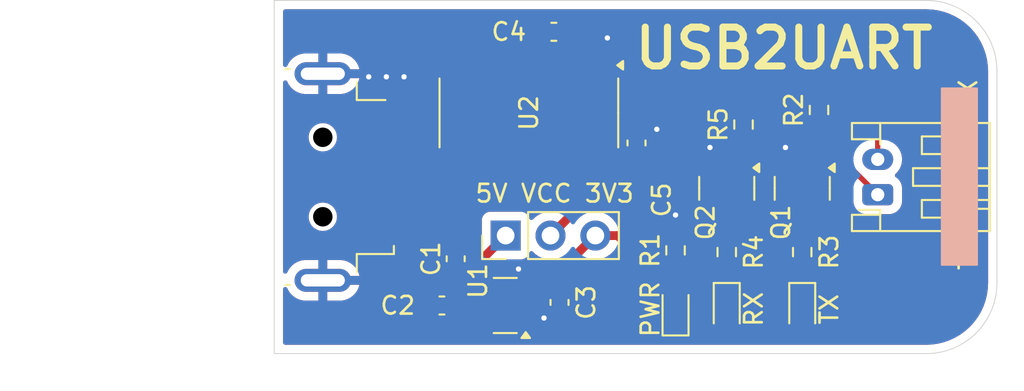
<source format=kicad_pcb>
(kicad_pcb (version 20240108) (generator "pcbnew") (generator_version "8.0")
  (layers (0 "F.Cu" signal) (31 "B.Cu" signal) (34 "B.Paste" user) (35 "F.Paste" user) (36 "B.SilkS" user "B.Silkscreen") (37 "F.SilkS" user "F.Silkscreen") (38 "B.Mask" user) (39 "F.Mask" user) (44 "Edge.Cuts" user))
  (net 0 "")
  (net 1 "+5V")
  (net 2 "+3V3")
  (net 3 "VCC")
  (net 4 "USB_D-")
  (net 5 "TX")
  (net 6 "RX")
  (net 7 "V3")
  (net 8 "USB_D+")
  (net 12 "GND")
  (footprint "LED_SMD:LED_0603_1608Metric" (layer "F.Cu") (at 151.1625 117.485 -90)
    (property "Reference" "RX" (at 0 -1.525 90) (layer "F.SilkS"))
    (property "Value" "RX (Green)")
    (fp_line (start -1.485 0.735) (end 0.8 0.735) (stroke (width 0.12)) (layer "F.SilkS"))
    (fp_line (start -1.485 -0.735) (end -1.485 0.735) (stroke (width 0.12)) (layer "F.SilkS"))
    (fp_line (start 0.8 -0.735) (end -1.485 -0.735) (stroke (width 0.12)) (layer "F.SilkS"))
    (pad "1" smd roundrect (at -0.7875 0 270) (size 0.875 0.95) (layers "F.Cu" "F.Paste" "F.Mask") (net 2 "+3V3"))
    (pad "2" smd roundrect (at 0.7875 0 270) (size 0.875 0.95) (layers "F.Cu" "F.Paste" "F.Mask") (net 2 "+3V3"))
  )
  (footprint "Package_SO:SOIC-16_3.9x9.9mm_P1.27mm" (layer "F.Cu") (at 139.9575 106.37 -90)
    (property "Reference" "U2" (at 0 0 90) (layer "F.SilkS"))
    (property "Value" "CH340C")
    (fp_line (start 0 5.06) (end -1.95 5.06) (stroke (width 0.12)) (layer "F.SilkS"))
    (fp_line (start 0 5.06) (end 1.95 5.06) (stroke (width 0.12)) (layer "F.SilkS"))
    (fp_line (start 0 -5.06) (end -1.95 -5.06) (stroke (width 0.12)) (layer "F.SilkS"))
    (fp_line (start 0 -5.06) (end 1.95 -5.06) (stroke (width 0.12)) (layer "F.SilkS"))
    (fp_poly (pts (xy -2.7 -5.005) (xy -2.94 -5.335) (xy -2.46 -5.335) (xy -2.7 -5.005)) (stroke (width 0.12)) (fill solid) (layer "F.SilkS"))
    (pad "1" smd roundrect (at -2.475 -4.445 270) (size 1.95 0.6) (layers "F.Cu" "F.Paste" "F.Mask") (net 12 "GND"))
    (pad "2" smd roundrect (at -2.475 -3.175 270) (size 1.95 0.6) (layers "F.Cu" "F.Paste" "F.Mask") (net 5 "TX"))
    (pad "3" smd roundrect (at -2.475 -1.905 270) (size 1.95 0.6) (layers "F.Cu" "F.Paste" "F.Mask") (net 6 "RX"))
    (pad "4" smd roundrect (at -2.475 -0.635 270) (size 1.95 0.6) (layers "F.Cu" "F.Paste" "F.Mask") (net 7 "V3"))
    (pad "5" smd roundrect (at -2.475 0.635 270) (size 1.95 0.6) (layers "F.Cu" "F.Paste" "F.Mask") (net 8 "USB_D+"))
    (pad "6" smd roundrect (at -2.475 1.905 270) (size 1.95 0.6) (layers "F.Cu" "F.Paste" "F.Mask") (net 4 "USB_D-"))
    (pad "7" smd roundrect (at -2.475 3.175 270) (size 1.95 0.6) (layers "F.Cu" "F.Paste" "F.Mask"))
    (pad "8" smd roundrect (at -2.475 4.445 270) (size 1.95 0.6) (layers "F.Cu" "F.Paste" "F.Mask"))
    (pad "9" smd roundrect (at 2.475 4.445 270) (size 1.95 0.6) (layers "F.Cu" "F.Paste" "F.Mask"))
    (pad "10" smd roundrect (at 2.475 3.175 270) (size 1.95 0.6) (layers "F.Cu" "F.Paste" "F.Mask"))
    (pad "11" smd roundrect (at 2.475 1.905 270) (size 1.95 0.6) (layers "F.Cu" "F.Paste" "F.Mask"))
    (pad "12" smd roundrect (at 2.475 0.635 270) (size 1.95 0.6) (layers "F.Cu" "F.Paste" "F.Mask"))
    (pad "13" smd roundrect (at 2.475 -0.635 270) (size 1.95 0.6) (layers "F.Cu" "F.Paste" "F.Mask"))
    (pad "14" smd roundrect (at 2.475 -1.905 270) (size 1.95 0.6) (layers "F.Cu" "F.Paste" "F.Mask"))
    (pad "15" smd roundrect (at 2.475 -3.175 270) (size 1.95 0.6) (layers "F.Cu" "F.Paste" "F.Mask"))
    (pad "16" smd roundrect (at 2.475 -4.445 270) (size 1.95 0.6) (layers "F.Cu" "F.Paste" "F.Mask") (net 3 "VCC"))
  )
  (footprint "Connector_USB:USB_A_Molex_48037-2200_Horizontal" (layer "F.Cu") (at 119.9125 110 180)
    (property "Reference" "J1" (hide yes))
    (property "Value" "USB_A")
    (fp_line (start -6.515 6.11) (end -6.245 6.11) (stroke (width 0.12)) (layer "F.SilkS"))
    (fp_line (start -6.515 -6.11) (end -6.245 -6.11) (stroke (width 0.12)) (layer "F.SilkS"))
    (fp_line (start -10.3 4.36) (end -10.3 5.4) (stroke (width 0.12)) (layer "F.SilkS"))
    (fp_line (start -10.3 -5.4) (end -10.3 -4.36) (stroke (width 0.12)) (layer "F.SilkS"))
    (fp_line (start -11.92 4.36) (end -10.3 4.36) (stroke (width 0.12)) (layer "F.SilkS"))
    (fp_line (start -12.4 -4.36) (end -10.3 -4.36) (stroke (width 0.12)) (layer "F.SilkS"))
    (fp_line (start -12.4 -4.36) (end -12.4 -3.9) (stroke (width 0.12)) (layer "F.SilkS"))
    (pad "" np_thru_hole circle (at -8.375 -2.25 180) (size 1.1 1.1) (drill 1.1) (layers "*.Mask"))
    (pad "" np_thru_hole circle (at -8.375 2.25 180) (size 1.1 1.1) (drill 1.1) (layers "*.Mask"))
    (pad "1" smd roundrect (at -10.975 -3.5 180) (size 2 1.2) (layers "F.Cu" "F.Paste" "F.Mask") (net 1 "+5V"))
    (pad "2" smd roundrect (at -10.975 -1 180) (size 2 1.2) (layers "F.Cu" "F.Paste" "F.Mask") (net 4 "USB_D-"))
    (pad "3" smd roundrect (at -10.975 1 180) (size 2 1.2) (layers "F.Cu" "F.Paste" "F.Mask") (net 8 "USB_D+"))
    (pad "4" smd roundrect (at -10.975 3.5 180) (size 2 1.2) (layers "F.Cu" "F.Paste" "F.Mask") (net 12 "GND"))
    (pad "5" thru_hole oval (at -8.375 -5.85 180) (size 3.2 1.3) (drill oval 2.5 0.7) (layers "*.Cu" "*.Mask") (net 12 "GND"))
    (pad "5" thru_hole oval (at -8.375 5.85 180) (size 3.2 1.3) (drill oval 2.5 0.7) (layers "*.Cu" "*.Mask") (net 12 "GND"))
  )
  (footprint "Capacitor_SMD:C_0603_1608Metric" (layer "F.Cu") (at 135.8125 114.63 90)
    (property "Reference" "C1" (at -0.005 -1.4 90) (layer "F.SilkS"))
    (property "Value" "4u7")
    (fp_line (start -0.14058 -0.51) (end 0.14058 -0.51) (stroke (width 0.12)) (layer "F.SilkS"))
    (fp_line (start -0.14058 0.51) (end 0.14058 0.51) (stroke (width 0.12)) (layer "F.SilkS"))
    (pad "1" smd roundrect (at -0.775 0 90) (size 0.9 0.95) (layers "F.Cu" "F.Paste" "F.Mask") (net 1 "+5V"))
    (pad "2" smd roundrect (at 0.775 0 90) (size 0.9 0.95) (layers "F.Cu" "F.Paste" "F.Mask") (net 12 "GND"))
  )
  (footprint "Resistor_SMD:R_0603_1608Metric" (layer "F.Cu") (at 151.1625 114.25 -90)
    (property "Reference" "R4" (at 0 -1.525 90) (layer "F.SilkS"))
    (property "Value" "330")
    (fp_line (start -0.237258 0.5225) (end 0.237258 0.5225) (stroke (width 0.12)) (layer "F.SilkS"))
    (fp_line (start -0.237258 -0.5225) (end 0.237258 -0.5225) (stroke (width 0.12)) (layer "F.SilkS"))
    (pad "1" smd roundrect (at -0.825 0 270) (size 0.8 0.95) (layers "F.Cu" "F.Paste" "F.Mask") (net 2 "+3V3"))
    (pad "2" smd roundrect (at 0.825 0 270) (size 0.8 0.95) (layers "F.Cu" "F.Paste" "F.Mask") (net 2 "+3V3"))
  )
  (footprint "Package_TO_SOT_SMD:SOT-23" (layer "F.Cu") (at 138.6175 117.275 180)
    (property "Reference" "U1" (at 1.545 1.39 -90) (layer "F.SilkS"))
    (property "Value" "MCP1700x-330xxTT")
    (fp_line (start 0 1.56) (end 0.65 1.56) (stroke (width 0.12)) (layer "F.SilkS"))
    (fp_line (start 0 1.56) (end -0.65 1.56) (stroke (width 0.12)) (layer "F.SilkS"))
    (fp_line (start 0 -1.56) (end 0.65 -1.56) (stroke (width 0.12)) (layer "F.SilkS"))
    (fp_line (start 0 -1.56) (end -0.65 -1.56) (stroke (width 0.12)) (layer "F.SilkS"))
    (fp_poly (pts (xy -1.1625 -1.51) (xy -1.4025 -1.84) (xy -0.9225 -1.84) (xy -1.1625 -1.51)) (stroke (width 0.12)) (fill solid) (layer "F.SilkS"))
    (pad "1" smd roundrect (at -0.9375 -0.95 180) (size 1.475 0.6) (layers "F.Cu" "F.Paste" "F.Mask") (net 12 "GND"))
    (pad "2" smd roundrect (at -0.9375 0.95 180) (size 1.475 0.6) (layers "F.Cu" "F.Paste" "F.Mask") (net 2 "+3V3"))
    (pad "3" smd roundrect (at 0.9375 0 180) (size 1.475 0.6) (layers "F.Cu" "F.Paste" "F.Mask") (net 1 "+5V"))
  )
  (footprint "Resistor_SMD:R_0603_1608Metric" (layer "F.Cu") (at 148.2625 114.1525 90)
    (property "Reference" "R1" (at 0 -1.43 90) (layer "F.SilkS"))
    (property "Value" "330")
    (fp_line (start -0.237258 -0.5225) (end 0.237258 -0.5225) (stroke (width 0.12)) (layer "F.SilkS"))
    (fp_line (start -0.237258 0.5225) (end 0.237258 0.5225) (stroke (width 0.12)) (layer "F.SilkS"))
    (pad "1" smd roundrect (at -0.825 0 90) (size 0.8 0.95) (layers "F.Cu" "F.Paste" "F.Mask") (net 2 "+3V3"))
    (pad "2" smd roundrect (at 0.825 0 90) (size 0.8 0.95) (layers "F.Cu" "F.Paste" "F.Mask") (net 12 "GND"))
  )
  (footprint "LED_SMD:LED_0603_1608Metric" (layer "F.Cu") (at 155.4375 117.485 -90)
    (property "Reference" "TX" (at 0 -1.525 90) (layer "F.SilkS"))
    (property "Value" "TX (Orange)")
    (fp_line (start -1.485 0.735) (end 0.8 0.735) (stroke (width 0.12)) (layer "F.SilkS"))
    (fp_line (start -1.485 -0.735) (end -1.485 0.735) (stroke (width 0.12)) (layer "F.SilkS"))
    (fp_line (start 0.8 -0.735) (end -1.485 -0.735) (stroke (width 0.12)) (layer "F.SilkS"))
    (pad "1" smd roundrect (at -0.7875 0 270) (size 0.875 0.95) (layers "F.Cu" "F.Paste" "F.Mask") (net 2 "+3V3"))
    (pad "2" smd roundrect (at 0.7875 0 270) (size 0.875 0.95) (layers "F.Cu" "F.Paste" "F.Mask") (net 2 "+3V3"))
  )
  (footprint "Connector_JST:JST_PH_S2B-PH-K_1x02_P2.00mm_Horizontal" (layer "F.Cu") (at 159.7125 111 90)
    (property "Reference" "J2" (hide yes))
    (property "Value" "Conn_01x02_Socket")
    (fp_line (start 4.06 -1.46) (end 3.14 -1.46) (stroke (width 0.12)) (layer "F.SilkS"))
    (fp_line (start 3.14 -1.46) (end 3.14 0.14) (stroke (width 0.12)) (layer "F.SilkS"))
    (fp_line (start -1.14 -1.46) (end -2.06 -1.46) (stroke (width 0.12)) (layer "F.SilkS"))
    (fp_line (start -2.06 -1.46) (end -2.06 6.36) (stroke (width 0.12)) (layer "F.SilkS"))
    (fp_line (start 4.06 0.14) (end 3.14 0.14) (stroke (width 0.12)) (layer "F.SilkS"))
    (fp_line (start 3.14 0.14) (end 2.86 0.14) (stroke (width 0.12)) (layer "F.SilkS"))
    (fp_line (start -0.86 0.14) (end -0.86 -1.075) (stroke (width 0.12)) (layer "F.SilkS"))
    (fp_line (start -0.86 0.14) (end -1.14 0.14) (stroke (width 0.12)) (layer "F.SilkS"))
    (fp_line (start -1.14 0.14) (end -1.14 -1.46) (stroke (width 0.12)) (layer "F.SilkS"))
    (fp_line (start -2.06 0.14) (end -1.14 0.14) (stroke (width 0.12)) (layer "F.SilkS"))
    (fp_line (start 1.5 2) (end 1.5 6.36) (stroke (width 0.12)) (layer "F.SilkS"))
    (fp_line (start 0.5 2) (end 1.5 2) (stroke (width 0.12)) (layer "F.SilkS"))
    (fp_line (start 3.3 2.5) (end 3.3 4.1) (stroke (width 0.12)) (layer "F.SilkS"))
    (fp_line (start 2.3 2.5) (end 3.3 2.5) (stroke (width 0.12)) (layer "F.SilkS"))
    (fp_line (start -0.3 2.5) (end -1.3 2.5) (stroke (width 0.12)) (layer "F.SilkS"))
    (fp_line (start -1.3 2.5) (end -1.3 4.1) (stroke (width 0.12)) (layer "F.SilkS"))
    (fp_line (start 3.3 4.1) (end 2.3 4.1) (stroke (width 0.12)) (layer "F.SilkS"))
    (fp_line (start 2.3 4.1) (end 2.3 2.5) (stroke (width 0.12)) (layer "F.SilkS"))
    (fp_line (start -0.3 4.1) (end -0.3 2.5) (stroke (width 0.12)) (layer "F.SilkS"))
    (fp_line (start -0.3 4.1) (end -0.3 6.36) (stroke (width 0.12)) (layer "F.SilkS"))
    (fp_line (start -0.8 4.1) (end -0.8 6.36) (stroke (width 0.12)) (layer "F.SilkS"))
    (fp_line (start -1.3 4.1) (end -0.3 4.1) (stroke (width 0.12)) (layer "F.SilkS"))
    (fp_line (start 4.06 6.36) (end 4.06 -1.46) (stroke (width 0.12)) (layer "F.SilkS"))
    (fp_line (start 0.5 6.36) (end 0.5 2) (stroke (width 0.12)) (layer "F.SilkS"))
    (fp_line (start -2.06 6.36) (end 4.06 6.36) (stroke (width 0.12)) (layer "F.SilkS"))
    (pad "1" thru_hole roundrect (at 0 0 90) (size 1.2 1.75) (drill 0.75) (layers "*.Cu" "*.Mask") (roundrect_rratio 0.208333) (net 6 "RX"))
    (pad "2" thru_hole oval (at 2 0 90) (size 1.2 1.75) (drill 0.75) (layers "*.Cu" "*.Mask") (net 5 "TX"))
  )
  (footprint "Capacitor_SMD:C_0603_1608Metric" (layer "F.Cu") (at 141.3725 101.775)
    (property "Reference" "C4" (at -2.55 0 0) (layer "F.SilkS"))
    (property "Value" "100n")
    (fp_line (start -0.14058 -0.51) (end 0.14058 -0.51) (stroke (width 0.12)) (layer "F.SilkS"))
    (fp_line (start -0.14058 0.51) (end 0.14058 0.51) (stroke (width 0.12)) (layer "F.SilkS"))
    (pad "1" smd roundrect (at -0.775 0) (size 0.9 0.95) (layers "F.Cu" "F.Paste" "F.Mask") (net 7 "V3"))
    (pad "2" smd roundrect (at 0.775 0) (size 0.9 0.95) (layers "F.Cu" "F.Paste" "F.Mask") (net 12 "GND"))
  )
  (footprint "Capacitor_SMD:C_0603_1608Metric" (layer "F.Cu") (at 135.0325 117.275 180)
    (property "Reference" "C2" (at 2.5 0 0) (layer "F.SilkS"))
    (property "Value" "1u")
    (fp_line (start -0.14058 0.51) (end 0.14058 0.51) (stroke (width 0.12)) (layer "F.SilkS"))
    (fp_line (start -0.14058 -0.51) (end 0.14058 -0.51) (stroke (width 0.12)) (layer "F.SilkS"))
    (pad "1" smd roundrect (at -0.775 0 180) (size 0.9 0.95) (layers "F.Cu" "F.Paste" "F.Mask") (net 1 "+5V"))
    (pad "2" smd roundrect (at 0.775 0 180) (size 0.9 0.95) (layers "F.Cu" "F.Paste" "F.Mask") (net 12 "GND"))
  )
  (footprint "Resistor_SMD:R_0603_1608Metric" (layer "F.Cu") (at 156.3875 106.2025 90)
    (property "Reference" "R2" (at 0 -1.43 90) (layer "F.SilkS"))
    (property "Value" "4k7")
    (fp_line (start -0.237258 -0.5225) (end 0.237258 -0.5225) (stroke (width 0.12)) (layer "F.SilkS"))
    (fp_line (start -0.237258 0.5225) (end 0.237258 0.5225) (stroke (width 0.12)) (layer "F.SilkS"))
    (pad "1" smd roundrect (at -0.825 0 90) (size 0.8 0.95) (layers "F.Cu" "F.Paste" "F.Mask") (net 5 "TX"))
    (pad "2" smd roundrect (at 0.825 0 90) (size 0.8 0.95) (layers "F.Cu" "F.Paste" "F.Mask") (net 5 "TX"))
  )
  (footprint "Resistor_SMD:R_0603_1608Metric" (layer "F.Cu") (at 155.4375 114.25 -90)
    (property "Reference" "R3" (at 0 -1.525 90) (layer "F.SilkS"))
    (property "Value" "330")
    (fp_line (start -0.237258 0.5225) (end 0.237258 0.5225) (stroke (width 0.12)) (layer "F.SilkS"))
    (fp_line (start -0.237258 -0.5225) (end 0.237258 -0.5225) (stroke (width 0.12)) (layer "F.SilkS"))
    (pad "1" smd roundrect (at -0.825 0 270) (size 0.8 0.95) (layers "F.Cu" "F.Paste" "F.Mask") (net 2 "+3V3"))
    (pad "2" smd roundrect (at 0.825 0 270) (size 0.8 0.95) (layers "F.Cu" "F.Paste" "F.Mask") (net 2 "+3V3"))
  )
  (footprint "Package_TO_SOT_SMD:SOT-23" (layer "F.Cu") (at 151.1625 110.64 -90)
    (property "Reference" "Q2" (at 1.93 1.2075 -90) (layer "F.SilkS"))
    (property "Value" "BC856")
    (fp_line (start 0 1.56) (end -0.65 1.56) (stroke (width 0.12)) (layer "F.SilkS"))
    (fp_line (start 0 1.56) (end 0.65 1.56) (stroke (width 0.12)) (layer "F.SilkS"))
    (fp_line (start 0 -1.56) (end -0.65 -1.56) (stroke (width 0.12)) (layer "F.SilkS"))
    (fp_line (start 0 -1.56) (end 0.65 -1.56) (stroke (width 0.12)) (layer "F.SilkS"))
    (fp_poly (pts (xy -1.1625 -1.51) (xy -1.4025 -1.84) (xy -0.9225 -1.84) (xy -1.1625 -1.51)) (stroke (width 0.12)) (fill solid) (layer "F.SilkS"))
    (pad "1" smd roundrect (at -0.9375 -0.95 270) (size 1.475 0.6) (layers "F.Cu" "F.Paste" "F.Mask") (net 6 "RX"))
    (pad "2" smd roundrect (at -0.9375 0.95 270) (size 1.475 0.6) (layers "F.Cu" "F.Paste" "F.Mask") (net 12 "GND"))
    (pad "3" smd roundrect (at 0.9375 0 270) (size 1.475 0.6) (layers "F.Cu" "F.Paste" "F.Mask") (net 2 "+3V3"))
  )
  (footprint "Resistor_SMD:R_0603_1608Metric" (layer "F.Cu") (at 152.1125 107.0275 90)
    (property "Reference" "R5" (at 0 -1.43 90) (layer "F.SilkS"))
    (property "Value" "4k7")
    (fp_line (start -0.237258 -0.5225) (end 0.237258 -0.5225) (stroke (width 0.12)) (layer "F.SilkS"))
    (fp_line (start -0.237258 0.5225) (end 0.237258 0.5225) (stroke (width 0.12)) (layer "F.SilkS"))
    (pad "1" smd roundrect (at -0.825 0 90) (size 0.8 0.95) (layers "F.Cu" "F.Paste" "F.Mask") (net 6 "RX"))
    (pad "2" smd roundrect (at 0.825 0 90) (size 0.8 0.95) (layers "F.Cu" "F.Paste" "F.Mask") (net 6 "RX"))
  )
  (footprint "Package_TO_SOT_SMD:SOT-23" (layer "F.Cu") (at 155.4375 110.64 -90)
    (property "Reference" "Q1" (at 1.93 1.2075 -90) (layer "F.SilkS"))
    (property "Value" "BC856")
    (fp_line (start 0 1.56) (end -0.65 1.56) (stroke (width 0.12)) (layer "F.SilkS"))
    (fp_line (start 0 1.56) (end 0.65 1.56) (stroke (width 0.12)) (layer "F.SilkS"))
    (fp_line (start 0 -1.56) (end -0.65 -1.56) (stroke (width 0.12)) (layer "F.SilkS"))
    (fp_line (start 0 -1.56) (end 0.65 -1.56) (stroke (width 0.12)) (layer "F.SilkS"))
    (fp_poly (pts (xy -1.1625 -1.51) (xy -1.4025 -1.84) (xy -0.9225 -1.84) (xy -1.1625 -1.51)) (stroke (width 0.12)) (fill solid) (layer "F.SilkS"))
    (pad "1" smd roundrect (at -0.9375 -0.95 270) (size 1.475 0.6) (layers "F.Cu" "F.Paste" "F.Mask") (net 5 "TX"))
    (pad "2" smd roundrect (at -0.9375 0.95 270) (size 1.475 0.6) (layers "F.Cu" "F.Paste" "F.Mask") (net 12 "GND"))
    (pad "3" smd roundrect (at 0.9375 0 270) (size 1.475 0.6) (layers "F.Cu" "F.Paste" "F.Mask") (net 2 "+3V3"))
  )
  (footprint "Capacitor_SMD:C_0603_1608Metric" (layer "F.Cu") (at 146.0525 108.07 90)
    (property "Reference" "C5" (at -3.2275 1.42 90) (layer "F.SilkS"))
    (property "Value" "100n")
    (fp_line (start -0.14058 -0.51) (end 0.14058 -0.51) (stroke (width 0.12)) (layer "F.SilkS"))
    (fp_line (start -0.14058 0.51) (end 0.14058 0.51) (stroke (width 0.12)) (layer "F.SilkS"))
    (pad "1" smd roundrect (at -0.775 0 90) (size 0.9 0.95) (layers "F.Cu" "F.Paste" "F.Mask") (net 3 "VCC"))
    (pad "2" smd roundrect (at 0.775 0 90) (size 0.9 0.95) (layers "F.Cu" "F.Paste" "F.Mask") (net 12 "GND"))
  )
  (footprint "Capacitor_SMD:C_0603_1608Metric" (layer "F.Cu") (at 141.6925 117.1 -90)
    (property "Reference" "C3" (at 0.005 -1.51 90) (layer "F.SilkS"))
    (property "Value" "1u")
    (fp_line (start -0.14058 0.51) (end 0.14058 0.51) (stroke (width 0.12)) (layer "F.SilkS"))
    (fp_line (start -0.14058 -0.51) (end 0.14058 -0.51) (stroke (width 0.12)) (layer "F.SilkS"))
    (pad "1" smd roundrect (at -0.775 0 270) (size 0.9 0.95) (layers "F.Cu" "F.Paste" "F.Mask") (net 2 "+3V3"))
    (pad "2" smd roundrect (at 0.775 0 270) (size 0.9 0.95) (layers "F.Cu" "F.Paste" "F.Mask") (net 12 "GND"))
  )
  (footprint "Connector_PinHeader_2.54mm:PinHeader_1x03_P2.54mm_Vertical" (layer "F.Cu") (at 138.6425 113.315 90)
    (property "Reference" "J3" (hide yes))
    (property "Value" "Conn_01x03_Pin")
    (fp_line (start -1.33 -1.33) (end 0 -1.33) (stroke (width 0.12)) (layer "F.SilkS"))
    (fp_line (start -1.33 0) (end -1.33 -1.33) (stroke (width 0.12)) (layer "F.SilkS"))
    (fp_line (start 1.33 1.27) (end 1.33 6.41) (stroke (width 0.12)) (layer "F.SilkS"))
    (fp_line (start -1.33 1.27) (end 1.33 1.27) (stroke (width 0.12)) (layer "F.SilkS"))
    (fp_line (start -1.33 1.27) (end -1.33 6.41) (stroke (width 0.12)) (layer "F.SilkS"))
    (fp_line (start -1.33 6.41) (end 1.33 6.41) (stroke (width 0.12)) (layer "F.SilkS"))
    (pad "1" thru_hole rect (at 0 0 90) (size 1.7 1.7) (drill 1) (layers "*.Cu" "*.Mask") (net 1 "+5V"))
    (pad "2" thru_hole oval (at 0 2.54 90) (size 1.7 1.7) (drill 1) (layers "*.Cu" "*.Mask") (net 3 "VCC"))
    (pad "3" thru_hole oval (at 0 5.08 90) (size 1.7 1.7) (drill 1) (layers "*.Cu" "*.Mask") (net 2 "+3V3"))
  )
  (footprint "LED_SMD:LED_0603_1608Metric" (layer "F.Cu") (at 148.2625 117.485 90)
    (property "Reference" "PWR" (at 0 -1.43 90) (layer "F.SilkS"))
    (property "Value" "PWR")
    (fp_line (start 0.8 -0.735) (end -1.485 -0.735) (stroke (width 0.12)) (layer "F.SilkS"))
    (fp_line (start -1.485 -0.735) (end -1.485 0.735) (stroke (width 0.12)) (layer "F.SilkS"))
    (fp_line (start -1.485 0.735) (end 0.8 0.735) (stroke (width 0.12)) (layer "F.SilkS"))
    (pad "1" smd roundrect (at -0.7875 0 90) (size 0.875 0.95) (layers "F.Cu" "F.Paste" "F.Mask") (net 2 "+3V3"))
    (pad "2" smd roundrect (at 0.7875 0 90) (size 0.875 0.95) (layers "F.Cu" "F.Paste" "F.Mask") (net 2 "+3V3"))
  )
  (gr_rect (start 163.3375 104.975) (end 165.3375 114.975) (stroke (width 0.1)) (fill solid) (layer "B.SilkS"))
  (gr_arc (start 166.462578 116) (mid 165.290982 118.828482) (end 162.4625 120.000078) (stroke (width 0.05)) (layer "Edge.Cuts"))
  (gr_arc (start 162.4625 99.999922) (mid 165.290982 101.171518) (end 166.462578 104) (stroke (width 0.05)) (layer "Edge.Cuts"))
  (gr_line (start 125.5375 100) (end 125.5375 120) (stroke (width 0.05)) (layer "Edge.Cuts"))
  (gr_line (start 166.462578 104) (end 166.462578 116) (stroke (width 0.05)) (layer "Edge.Cuts"))
  (gr_line (start 162.4625 120.000124) (end 125.5375 120.000124) (stroke (width 0.05)) (layer "Edge.Cuts"))
  (gr_line (start 125.5375 100) (end 162.4625 100) (stroke (width 0.05)) (layer "Edge.Cuts"))
  (gr_text "USB2UART" (at 145.76 104 0) (layer "F.SilkS") (effects (font (size 2.2 2.2) (thickness 0.4)) (justify left bottom)))
  (gr_text "5V VCC 3V3" (at 136.8425 111.515 0) (layer "F.SilkS") (effects (font (size 1 1)) (justify left bottom)))
  (gr_text "RX" (at 165.4225 106.55 90) (layer "F.SilkS") (effects (font (size 1 1)) (justify left bottom)))
  (gr_text "TX" (at 165.4225 113.45 90) (layer "F.SilkS") (effects (font (size 1 1)) (justify right bottom)))
  (segment (start 135.8125 117.27) (end 135.8075 117.275) (width 0.5) (layer "F.Cu") (net 1))
  (segment (start 136.5525 115.405) (end 138.6425 113.315) (width 0.5) (layer "F.Cu") (net 1))
  (segment (start 135.8075 117.275) (end 137.68 117.275) (width 0.5) (layer "F.Cu") (net 1))
  (segment (start 133.1325 113.5) (end 135.0375 115.405) (width 0.5) (layer "F.Cu") (net 1))
  (segment (start 135.8125 115.405) (end 135.8125 117.27) (width 0.5) (layer "F.Cu") (net 1))
  (segment (start 130.8875 113.5) (end 133.1325 113.5) (width 0.5) (layer "F.Cu") (net 1))
  (segment (start 135.0375 115.405) (end 135.8125 115.405) (width 0.5) (layer "F.Cu") (net 1))
  (segment (start 135.8125 115.405) (end 136.5525 115.405) (width 0.5) (layer "F.Cu") (net 1))
  (segment (start 141.6925 116.325) (end 141.7175 116.325) (width 0.5) (layer "F.Cu") (net 2))
  (segment (start 146.655 114.9775) (end 148.2625 114.9775) (width 0.5) (layer "F.Cu") (net 2))
  (segment (start 151.1625 118.2725) (end 148.2625 118.2725) (width 0.5) (layer "F.Cu") (net 2))
  (segment (start 144.9925 113.315) (end 143.7225 113.315) (width 0.5) (layer "F.Cu") (net 2))
  (segment (start 139.555 116.325) (end 141.6925 116.325) (width 0.5) (layer "F.Cu") (net 2))
  (segment (start 151.1625 118.2725) (end 155.4375 118.2725) (width 0.5) (layer "F.Cu") (net 2))
  (segment (start 141.6925 116.325) (end 141.6925 115.345) (width 0.5) (layer "F.Cu") (net 2))
  (segment (start 141.6925 115.345) (end 143.7225 113.315) (width 0.5) (layer "F.Cu") (net 2))
  (segment (start 144.9925 113.315) (end 146.655 114.9775) (width 0.5) (layer "F.Cu") (net 2))
  (segment (start 155.4375 111.5775) (end 155.4375 113.425) (width 0.5) (layer "F.Cu") (net 2))
  (segment (start 151.1525 118.2625) (end 151.1625 118.2725) (width 0.5) (layer "F.Cu") (net 2))
  (segment (start 151.1625 113.425) (end 151.1625 111.5775) (width 0.5) (layer "F.Cu") (net 2))
  (segment (start 151.1625 116.6975) (end 151.1625 115.075) (width 0.5) (layer "F.Cu") (net 2))
  (segment (start 155.4375 115.075) (end 155.4375 116.6975) (width 0.5) (layer "F.Cu") (net 2))
  (segment (start 141.1825 113.315) (end 143.2225 111.275) (width 0.5) (layer "F.Cu") (net 3))
  (segment (start 143.2225 111.275) (end 144.9225 111.275) (width 0.5) (layer "F.Cu") (net 3))
  (segment (start 141.1825 113.315) (end 141.250184 113.315) (width 0.5) (layer "F.Cu") (net 3))
  (segment (start 146.0525 110.145) (end 146.0525 108.845) (width 0.5) (layer "F.Cu") (net 3))
  (segment (start 144.9225 111.275) (end 146.0525 110.145) (width 0.5) (layer "F.Cu") (net 3))
  (segment (start 144.4025 108.845) (end 146.0525 108.845) (width 0.5) (layer "F.Cu") (net 3))
  (segment (start 138.3875 102.885) (end 138.0525 103.22) (width 0.3) (layer "F.Cu") (net 4))
  (segment (start 134.2425 102.709266) (end 134.2425 107.645) (width 0.3) (layer "F.Cu") (net 4))
  (segment (start 134.886766 102.065) (end 137.958234 102.065) (width 0.3) (layer "F.Cu") (net 4))
  (segment (start 138.0525 103.22) (end 138.0525 103.895) (width 0.3) (layer "F.Cu") (net 4))
  (segment (start 134.2425 102.709266) (end 134.886766 102.065) (width 0.3) (layer "F.Cu") (net 4))
  (segment (start 131.2875 111) (end 130.8875 111) (width 0.3) (layer "F.Cu") (net 4))
  (segment (start 130.8875 111) (end 134.2425 107.645) (width 0.3) (layer "F.Cu") (net 4))
  (segment (start 138.3875 102.494266) (end 138.3875 102.885) (width 0.3) (layer "F.Cu") (net 4))
  (segment (start 137.958234 102.065) (end 138.3875 102.494266) (width 0.3) (layer "F.Cu") (net 4))
  (segment (start 143.1325 103.895) (end 143.1325 104.869999) (width 0.3) (layer "F.Cu") (net 5))
  (segment (start 159.7125 107.1525) (end 159.7125 109) (width 0.3) (layer "F.Cu") (net 5))
  (segment (start 143.1325 104.869999) (end 143.640001 105.3775) (width 0.3) (layer "F.Cu") (net 5))
  (segment (start 156.3875 107.0275) (end 156.3875 109.7025) (width 0.3) (layer "F.Cu") (net 5))
  (segment (start 143.640001 105.3775) (end 156.3875 105.3775) (width 0.3) (layer "F.Cu") (net 5))
  (segment (start 156.3875 105.3775) (end 157.9375 105.3775) (width 0.3) (layer "F.Cu") (net 5))
  (segment (start 157.9375 105.3775) (end 159.7125 107.1525) (width 0.3) (layer "F.Cu") (net 5))
  (segment (start 147.245 106.2025) (end 152.1125 106.2025) (width 0.3) (layer "F.Cu") (net 6))
  (segment (start 158.1 107.365) (end 158.1 109.3875) (width 0.3) (layer "F.Cu") (net 6))
  (segment (start 141.8625 103.895) (end 141.8625 104.869999) (width 0.3) (layer "F.Cu") (net 6))
  (segment (start 143.197501 106.205) (end 147.2425 106.205) (width 0.3) (layer "F.Cu") (net 6))
  (segment (start 152.1125 109.7025) (end 152.1125 107.8525) (width 0.3) (layer "F.Cu") (net 6))
  (segment (start 147.2425 106.205) (end 147.245 106.2025) (width 0.3) (layer "F.Cu") (net 6))
  (segment (start 156.9375 106.2025) (end 152.1125 106.2025) (width 0.3) (layer "F.Cu") (net 6))
  (segment (start 159.7125 111) (end 158.1 109.3875) (width 0.3) (layer "F.Cu") (net 6))
  (segment (start 158.1 107.365) (end 156.9375 106.2025) (width 0.3) (layer "F.Cu") (net 6))
  (segment (start 141.8625 104.869999) (end 143.197501 106.205) (width 0.3) (layer "F.Cu") (net 6))
  (segment (start 140.5925 101.78) (end 140.5975 101.775) (width 0.5) (layer "F.Cu") (net 7))
  (segment (start 140.5925 103.895) (end 140.5925 101.78) (width 0.5) (layer "F.Cu") (net 7))
  (segment (start 130.8875 109) (end 132.038971 109) (width 0.3) (layer "F.Cu") (net 8))
  (segment (start 132.038971 109) (end 133.6425 107.396471) (width 0.3) (layer "F.Cu") (net 8))
  (segment (start 131.2875 109) (end 130.8875 109) (width 0.3) (layer "F.Cu") (net 8))
  (segment (start 138.206766 101.465) (end 138.9875 102.245734) (width 0.3) (layer "F.Cu") (net 8))
  (segment (start 133.6425 102.460734) (end 134.638234 101.465) (width 0.3) (layer "F.Cu") (net 8))
  (segment (start 138.9875 102.245734) (end 138.9875 102.885) (width 0.3) (layer "F.Cu") (net 8))
  (segment (start 138.9875 102.885) (end 139.3225 103.22) (width 0.3) (layer "F.Cu") (net 8))
  (segment (start 139.3225 103.22) (end 139.3225 103.895) (width 0.3) (layer "F.Cu") (net 8))
  (segment (start 134.638234 101.465) (end 138.206766 101.465) (width 0.3) (layer "F.Cu") (net 8))
  (segment (start 133.6425 102.460734) (end 133.6425 107.396471) (width 0.3) (layer "F.Cu") (net 8))
  (segment (start 144.4025 103.895) (end 144.4025 102.125) (width 0.5) (layer "F.Cu") (net 12))
  (segment (start 131.8875 104.325) (end 132.8875 104.325) (width 0.5) (layer "F.Cu") (net 12))
  (segment (start 130.8875 104.35) (end 130.9125 104.325) (width 0.5) (layer "F.Cu") (net 12))
  (segment (start 148.2625 113.3275) (end 148.2625 112.1525) (width 0.5) (layer "F.Cu") (net 12))
  (segment (start 139.555 118.225) (end 140.5725 118.225) (width 0.5) (layer "F.Cu") (net 12))
  (segment (start 140.9225 117.875) (end 140.8125 117.985) (width 0.5) (layer "F.Cu") (net 12))
  (segment (start 142.1475 101.775) (end 144.0525 101.775) (width 0.5) (layer "F.Cu") (net 12))
  (segment (start 140.5725 118.225) (end 140.8125 117.985) (width 0.5) (layer "F.Cu") (net 12))
  (segment (start 144.0525 101.775) (end 144.4025 102.125) (width 0.5) (layer "F.Cu") (net 12))
  (segment (start 147.2025 107.295) (end 146.0525 107.295) (width 0.5) (layer "F.Cu") (net 12))
  (segment (start 130.8875 106.5) (end 130.8875 104.325) (width 0.5) (layer "F.Cu") (net 12))
  (segment (start 154.4875 109.7025) (end 154.4875 108.3275) (width 0.5) (layer "F.Cu") (net 12))
  (segment (start 150.2125 109.7025) (end 150.2125 108.3275) (width 0.5) (layer "F.Cu") (net 12))
  (segment (start 141.6925 117.875) (end 140.9225 117.875) (width 0.5) (layer "F.Cu") (net 12))
  (segment (start 130.8875 104.325) (end 131.8875 104.325) (width 0.5) (layer "F.Cu") (net 12))
  (via (at 140.8125 117.985) (size 0.6) (drill 0.3) (layers "F.Cu" "B.Cu") (net 12))
  (via (at 132.8875 104.325) (size 0.6) (drill 0.3) (layers "F.Cu" "B.Cu") (net 12))
  (via (at 154.4875 108.3275) (size 0.6) (drill 0.3) (layers "F.Cu" "B.Cu") (net 12))
  (via (at 148.2625 112.1525) (size 0.6) (drill 0.3) (layers "F.Cu" "B.Cu") (net 12))
  (via (at 150.2125 108.3275) (size 0.6) (drill 0.3) (layers "F.Cu" "B.Cu") (net 12))
  (via (at 130.8875 104.325) (size 0.6) (drill 0.3) (layers "F.Cu" "B.Cu") (net 12))
  (via (at 139.37 115.21) (size 0.6) (drill 0.3) (layers "F.Cu" "B.Cu") (net 12))
  (via (at 147.2025 107.295) (size 0.6) (drill 0.3) (layers "F.Cu" "B.Cu") (net 12))
  (via (at 131.8875 104.325) (size 0.6) (drill 0.3) (layers "F.Cu" "B.Cu") (net 12))
  (via (at 144.4025 102.125) (size 0.6) (drill 0.3) (layers "F.Cu" "B.Cu") (net 12))
  (zone (net 12) (net_name "GND") (layer "F.Cu") (connect_pads (clearance 0.5)) (min_thickness 0.25) (fill yes (thermal_gap 0.5) (thermal_bridge_width 0.5))
    (polygon (pts (xy 125.5375 100) (xy 166.4525 100) (xy 166.4525 120) (xy 125.5375 120)))
  )
  (zone (net 12) (net_name "GND") (layer "B.Cu") (priority 1) (connect_pads (clearance 0.5)) (min_thickness 0.25) (fill yes (thermal_gap 0.5) (thermal_bridge_width 0.5))
    (polygon (pts (xy 125.5375 100) (xy 166.4575 100) (xy 166.4575 120) (xy 125.5375 120)))
  )
)
</source>
